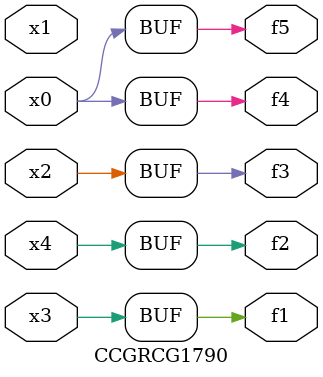
<source format=v>
module CCGRCG1790(
	input x0, x1, x2, x3, x4,
	output f1, f2, f3, f4, f5
);
	assign f1 = x3;
	assign f2 = x4;
	assign f3 = x2;
	assign f4 = x0;
	assign f5 = x0;
endmodule

</source>
